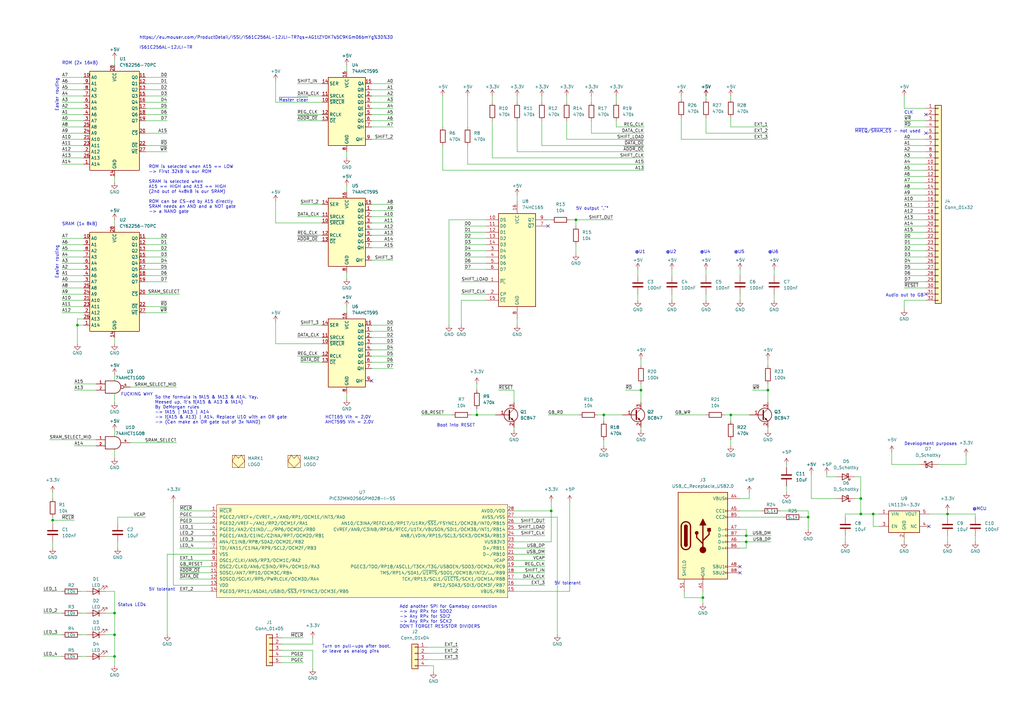
<source format=kicad_sch>
(kicad_sch (version 20211123) (generator eeschema)
  (paper "A3")
  (junction (at 353.06 210.82))
  (junction (at 306.07 222.25))
  (junction (at 21.59 213.36))
  (junction (at 388.62 210.82))
  (junction (at 299.72 170.18))
  (junction (at 46.99 269.24))
  (junction (at 236.22 90.17))
  (junction (at 306.07 219.71))
  (junction (at 247.65 170.18))
  (junction (at 226.06 209.55))
  (junction (at 46.99 251.46))
  (junction (at 195.58 170.18))
  (junction (at 262.89 160.02))
  (junction (at 31.75 133.35))
  (junction (at 288.29 245.11))
  (junction (at 314.96 160.02))
  (junction (at 46.99 260.35))
  (junction (at 331.47 212.09))
  (junction (at 353.06 204.47))
  (junction (at 358.14 210.82))
  (no_connect (at 379.73 54.61))
  (no_connect (at 224.79 92.71))
  (no_connect (at 379.73 46.99))
  (no_connect (at 379.73 120.65))
  (no_connect (at 381 215.9))
  (no_connect (at 152.4 156.21))
  (no_connect (at 303.53 232.41))
  (no_connect (at 303.53 234.95))
  (wire (pts (xy 161.29 49.53) (xy 152.4 49.53)))
  (wire (pts (xy 212.09 130.81) (xy 212.09 133.35)))
  (wire (pts (xy 25.4 67.31) (xy 34.29 67.31)))
  (wire (pts (xy 25.4 102.87) (xy 34.29 102.87)))
  (wire (pts (xy 264.16 54.61) (xy 242.57 54.61)))
  (wire (pts (xy 396.24 186.69) (xy 396.24 190.5)))
  (wire (pts (xy 161.29 96.52) (xy 152.4 96.52)))
  (wire (pts (xy 377.19 190.5) (xy 365.76 190.5)))
  (wire (pts (xy 306.07 222.25) (xy 316.23 222.25)))
  (wire (pts (xy 199.39 100.33) (xy 190.5 100.33)))
  (wire (pts (xy 142.24 111.76) (xy 142.24 114.3)))
  (wire (pts (xy 203.2 170.18) (xy 195.58 170.18)))
  (wire (pts (xy 59.69 41.91) (xy 68.58 41.91)))
  (wire (pts (xy 247.65 170.18) (xy 255.27 170.18)))
  (wire (pts (xy 59.69 105.41) (xy 68.58 105.41)))
  (wire (pts (xy 279.4 57.15) (xy 279.4 48.26)))
  (wire (pts (xy 113.03 33.02) (xy 113.03 41.91)))
  (wire (pts (xy 34.29 133.35) (xy 31.75 133.35)))
  (wire (pts (xy 123.19 148.59) (xy 132.08 148.59)))
  (wire (pts (xy 121.92 99.06) (xy 132.08 99.06)))
  (wire (pts (xy 303.53 110.49) (xy 303.53 113.03)))
  (wire (pts (xy 34.29 130.81) (xy 31.75 130.81)))
  (wire (pts (xy 306.07 219.71) (xy 316.23 219.71)))
  (wire (pts (xy 222.25 49.53) (xy 222.25 59.69)))
  (wire (pts (xy 247.65 180.34) (xy 247.65 182.88)))
  (wire (pts (xy 317.5 110.49) (xy 317.5 113.03)))
  (wire (pts (xy 59.69 110.49) (xy 68.58 110.49)))
  (wire (pts (xy 228.6 212.09) (xy 228.6 260.35)))
  (wire (pts (xy 275.59 110.49) (xy 275.59 113.03)))
  (wire (pts (xy 322.58 190.5) (xy 322.58 191.77)))
  (wire (pts (xy 161.29 93.98) (xy 152.4 93.98)))
  (wire (pts (xy 242.57 54.61) (xy 242.57 49.53)))
  (wire (pts (xy 370.84 67.31) (xy 379.73 67.31)))
  (wire (pts (xy 73.66 237.49) (xy 86.36 237.49)))
  (wire (pts (xy 73.66 212.09) (xy 86.36 212.09)))
  (wire (pts (xy 252.73 52.07) (xy 252.73 49.53)))
  (wire (pts (xy 275.59 120.65) (xy 275.59 123.19)))
  (wire (pts (xy 210.82 175.26) (xy 210.82 176.53)))
  (wire (pts (xy 53.34 181.61) (xy 72.39 181.61)))
  (wire (pts (xy 233.68 242.57) (xy 233.68 205.74)))
  (wire (pts (xy 115.57 269.24) (xy 124.46 269.24)))
  (wire (pts (xy 350.52 195.58) (xy 353.06 195.58)))
  (wire (pts (xy 276.86 170.18) (xy 289.56 170.18)))
  (wire (pts (xy 195.58 170.18) (xy 195.58 167.64)))
  (wire (pts (xy 322.58 199.39) (xy 322.58 201.93)))
  (wire (pts (xy 46.99 90.17) (xy 46.99 92.71)))
  (wire (pts (xy 189.23 123.19) (xy 199.39 123.19)))
  (wire (pts (xy 224.79 170.18) (xy 237.49 170.18)))
  (wire (pts (xy 303.53 217.17) (xy 306.07 217.17)))
  (wire (pts (xy 33.02 260.35) (xy 35.56 260.35)))
  (wire (pts (xy 59.69 102.87) (xy 68.58 102.87)))
  (wire (pts (xy 370.84 220.98) (xy 370.84 222.25)))
  (wire (pts (xy 379.73 123.19) (xy 370.84 123.19)))
  (wire (pts (xy 46.99 153.67) (xy 46.99 156.21)))
  (wire (pts (xy 181.61 39.37) (xy 181.61 52.07)))
  (wire (pts (xy 25.4 62.23) (xy 34.29 62.23)))
  (wire (pts (xy 370.84 62.23) (xy 379.73 62.23)))
  (wire (pts (xy 332.74 204.47) (xy 342.9 204.47)))
  (wire (pts (xy 370.84 95.25) (xy 379.73 95.25)))
  (wire (pts (xy 256.54 160.02) (xy 262.89 160.02)))
  (wire (pts (xy 370.84 72.39) (xy 379.73 72.39)))
  (wire (pts (xy 121.92 46.99) (xy 132.08 46.99)))
  (wire (pts (xy 59.69 128.27) (xy 68.58 128.27)))
  (wire (pts (xy 379.73 102.87) (xy 370.84 102.87)))
  (wire (pts (xy 400.05 210.82) (xy 400.05 212.09)))
  (wire (pts (xy 314.96 147.32) (xy 314.96 149.86)))
  (wire (pts (xy 33.02 242.57) (xy 35.56 242.57)))
  (wire (pts (xy 379.73 113.03) (xy 370.84 113.03)))
  (wire (pts (xy 370.84 49.53) (xy 379.73 49.53)))
  (wire (pts (xy 353.06 204.47) (xy 353.06 210.82)))
  (wire (pts (xy 132.08 133.35) (xy 123.19 133.35)))
  (wire (pts (xy 73.66 222.25) (xy 86.36 222.25)))
  (wire (pts (xy 199.39 90.17) (xy 184.15 90.17)))
  (wire (pts (xy 210.82 240.03) (xy 223.52 240.03)))
  (wire (pts (xy 187.96 270.51) (xy 175.26 270.51)))
  (wire (pts (xy 264.16 59.69) (xy 222.25 59.69)))
  (wire (pts (xy 17.78 251.46) (xy 25.4 251.46)))
  (wire (pts (xy 388.62 210.82) (xy 388.62 212.09)))
  (wire (pts (xy 226.06 205.74) (xy 226.06 209.55)))
  (wire (pts (xy 242.57 41.91) (xy 242.57 39.37)))
  (wire (pts (xy 132.08 83.82) (xy 123.19 83.82)))
  (wire (pts (xy 358.14 210.82) (xy 358.14 215.9)))
  (wire (pts (xy 152.4 57.15) (xy 161.29 57.15)))
  (wire (pts (xy 289.56 54.61) (xy 314.96 54.61)))
  (wire (pts (xy 59.69 44.45) (xy 68.58 44.45)))
  (wire (pts (xy 161.29 41.91) (xy 152.4 41.91)))
  (wire (pts (xy 303.53 212.09) (xy 321.31 212.09)))
  (wire (pts (xy 299.72 180.34) (xy 299.72 182.88)))
  (wire (pts (xy 53.34 158.75) (xy 72.39 158.75)))
  (wire (pts (xy 370.84 52.07) (xy 379.73 52.07)))
  (wire (pts (xy 59.69 115.57) (xy 68.58 115.57)))
  (wire (pts (xy 25.4 100.33) (xy 34.29 100.33)))
  (wire (pts (xy 46.99 242.57) (xy 46.99 251.46)))
  (wire (pts (xy 262.89 147.32) (xy 262.89 149.86)))
  (wire (pts (xy 25.4 113.03) (xy 34.29 113.03)))
  (wire (pts (xy 199.39 95.25) (xy 190.5 95.25)))
  (wire (pts (xy 199.39 110.49) (xy 190.5 110.49)))
  (wire (pts (xy 59.69 31.75) (xy 68.58 31.75)))
  (wire (pts (xy 152.4 135.89) (xy 161.29 135.89)))
  (wire (pts (xy 25.4 105.41) (xy 34.29 105.41)))
  (wire (pts (xy 25.4 123.19) (xy 34.29 123.19)))
  (wire (pts (xy 59.69 107.95) (xy 68.58 107.95)))
  (wire (pts (xy 379.73 97.79) (xy 370.84 97.79)))
  (wire (pts (xy 172.72 170.18) (xy 185.42 170.18)))
  (wire (pts (xy 353.06 210.82) (xy 358.14 210.82)))
  (wire (pts (xy 299.72 39.37) (xy 299.72 40.64)))
  (wire (pts (xy 223.52 214.63) (xy 210.82 214.63)))
  (wire (pts (xy 115.57 264.16) (xy 128.27 264.16)))
  (wire (pts (xy 161.29 46.99) (xy 152.4 46.99)))
  (wire (pts (xy 210.82 212.09) (xy 228.6 212.09)))
  (wire (pts (xy 59.69 46.99) (xy 68.58 46.99)))
  (wire (pts (xy 73.66 232.41) (xy 86.36 232.41)))
  (wire (pts (xy 25.4 110.49) (xy 34.29 110.49)))
  (wire (pts (xy 25.4 49.53) (xy 34.29 49.53)))
  (wire (pts (xy 210.82 219.71) (xy 223.52 219.71)))
  (wire (pts (xy 232.41 57.15) (xy 232.41 49.53)))
  (wire (pts (xy 59.69 97.79) (xy 68.58 97.79)))
  (wire (pts (xy 59.69 36.83) (xy 68.58 36.83)))
  (wire (pts (xy 73.66 214.63) (xy 86.36 214.63)))
  (wire (pts (xy 236.22 100.33) (xy 236.22 104.14)))
  (wire (pts (xy 224.79 90.17) (xy 226.06 90.17)))
  (wire (pts (xy 132.08 34.29) (xy 121.92 34.29)))
  (wire (pts (xy 261.62 110.49) (xy 261.62 113.03)))
  (wire (pts (xy 370.84 87.63) (xy 379.73 87.63)))
  (wire (pts (xy 370.84 69.85) (xy 379.73 69.85)))
  (wire (pts (xy 113.03 82.55) (xy 113.03 91.44)))
  (wire (pts (xy 152.4 151.13) (xy 161.29 151.13)))
  (wire (pts (xy 59.69 54.61) (xy 68.58 54.61)))
  (wire (pts (xy 161.29 88.9) (xy 152.4 88.9)))
  (wire (pts (xy 299.72 170.18) (xy 307.34 170.18)))
  (wire (pts (xy 396.24 190.5) (xy 384.81 190.5)))
  (wire (pts (xy 152.4 143.51) (xy 161.29 143.51)))
  (wire (pts (xy 210.82 217.17) (xy 223.52 217.17)))
  (wire (pts (xy 370.84 64.77) (xy 379.73 64.77)))
  (wire (pts (xy 370.84 90.17) (xy 379.73 90.17)))
  (wire (pts (xy 212.09 49.53) (xy 212.09 62.23)))
  (wire (pts (xy 252.73 41.91) (xy 252.73 39.37)))
  (wire (pts (xy 297.18 170.18) (xy 299.72 170.18)))
  (wire (pts (xy 189.23 115.57) (xy 199.39 115.57)))
  (wire (pts (xy 115.57 271.78) (xy 124.46 271.78)))
  (wire (pts (xy 43.18 242.57) (xy 46.99 242.57)))
  (wire (pts (xy 210.82 229.87) (xy 223.52 229.87)))
  (wire (pts (xy 73.66 224.79) (xy 86.36 224.79)))
  (wire (pts (xy 388.62 209.55) (xy 388.62 210.82)))
  (wire (pts (xy 59.69 120.65) (xy 73.66 120.65)))
  (wire (pts (xy 73.66 209.55) (xy 86.36 209.55)))
  (wire (pts (xy 132.08 140.97) (xy 113.03 140.97)))
  (wire (pts (xy 358.14 215.9) (xy 360.68 215.9)))
  (wire (pts (xy 71.12 240.03) (xy 71.12 205.74)))
  (wire (pts (xy 25.4 107.95) (xy 34.29 107.95)))
  (wire (pts (xy 236.22 90.17) (xy 236.22 92.71)))
  (wire (pts (xy 142.24 76.2) (xy 142.24 78.74)))
  (wire (pts (xy 320.04 209.55) (xy 331.47 209.55)))
  (wire (pts (xy 210.82 232.41) (xy 223.52 232.41)))
  (wire (pts (xy 289.56 48.26) (xy 289.56 54.61)))
  (wire (pts (xy 71.12 240.03) (xy 86.36 240.03)))
  (wire (pts (xy 73.66 229.87) (xy 86.36 229.87)))
  (wire (pts (xy 247.65 170.18) (xy 247.65 172.72)))
  (wire (pts (xy 152.4 106.68) (xy 161.29 106.68)))
  (wire (pts (xy 48.26 212.09) (xy 59.69 212.09)))
  (wire (pts (xy 184.15 90.17) (xy 184.15 133.35)))
  (wire (pts (xy 381 210.82) (xy 388.62 210.82)))
  (wire (pts (xy 25.4 125.73) (xy 34.29 125.73)))
  (wire (pts (xy 262.89 157.48) (xy 262.89 160.02)))
  (wire (pts (xy 222.25 39.37) (xy 222.25 41.91)))
  (wire (pts (xy 152.4 101.6) (xy 161.29 101.6)))
  (wire (pts (xy 25.4 64.77) (xy 34.29 64.77)))
  (wire (pts (xy 115.57 261.62) (xy 124.46 261.62)))
  (wire (pts (xy 199.39 92.71) (xy 190.5 92.71)))
  (wire (pts (xy 161.29 86.36) (xy 152.4 86.36)))
  (wire (pts (xy 175.26 273.05) (xy 177.8 273.05)))
  (wire (pts (xy 189.23 123.19) (xy 189.23 133.35)))
  (wire (pts (xy 43.18 260.35) (xy 46.99 260.35)))
  (wire (pts (xy 132.08 91.44) (xy 113.03 91.44)))
  (wire (pts (xy 314.96 157.48) (xy 314.96 160.02)))
  (wire (pts (xy 314.96 175.26) (xy 314.96 176.53)))
  (wire (pts (xy 308.61 160.02) (xy 314.96 160.02)))
  (wire (pts (xy 289.56 110.49) (xy 289.56 113.03)))
  (wire (pts (xy 113.03 132.08) (xy 113.03 140.97)))
  (wire (pts (xy 43.18 269.24) (xy 46.99 269.24)))
  (wire (pts (xy 161.29 52.07) (xy 152.4 52.07)))
  (wire (pts (xy 59.69 39.37) (xy 68.58 39.37)))
  (wire (pts (xy 379.73 110.49) (xy 370.84 110.49)))
  (wire (pts (xy 262.89 175.26) (xy 262.89 176.53)))
  (wire (pts (xy 121.92 138.43) (xy 132.08 138.43)))
  (wire (pts (xy 204.47 160.02) (xy 210.82 160.02)))
  (wire (pts (xy 152.4 146.05) (xy 161.29 146.05)))
  (wire (pts (xy 303.53 204.47) (xy 307.34 204.47)))
  (wire (pts (xy 303.53 219.71) (xy 306.07 219.71)))
  (wire (pts (xy 379.73 100.33) (xy 370.84 100.33)))
  (wire (pts (xy 353.06 195.58) (xy 353.06 204.47)))
  (wire (pts (xy 299.72 52.07) (xy 314.96 52.07)))
  (wire (pts (xy 121.92 88.9) (xy 132.08 88.9)))
  (wire (pts (xy 21.59 212.09) (xy 21.59 213.36)))
  (wire (pts (xy 17.78 242.57) (xy 25.4 242.57)))
  (wire (pts (xy 346.71 210.82) (xy 353.06 210.82)))
  (wire (pts (xy 68.58 227.33) (xy 86.36 227.33)))
  (wire (pts (xy 370.84 77.47) (xy 379.73 77.47)))
  (wire (pts (xy 339.09 194.31) (xy 339.09 195.58)))
  (wire (pts (xy 191.77 67.31) (xy 191.77 59.69)))
  (wire (pts (xy 210.82 227.33) (xy 223.52 227.33)))
  (wire (pts (xy 280.67 242.57) (xy 280.67 245.11)))
  (wire (pts (xy 328.93 212.09) (xy 331.47 212.09)))
  (wire (pts (xy 161.29 99.06) (xy 152.4 99.06)))
  (wire (pts (xy 199.39 97.79) (xy 190.5 97.79)))
  (wire (pts (xy 59.69 113.03) (xy 68.58 113.03)))
  (wire (pts (xy 25.4 115.57) (xy 34.29 115.57)))
  (wire (pts (xy 306.07 224.79) (xy 306.07 222.25)))
  (wire (pts (xy 161.29 44.45) (xy 152.4 44.45)))
  (wire (pts (xy 288.29 245.11) (xy 288.29 247.65)))
  (wire (pts (xy 161.29 39.37) (xy 152.4 39.37)))
  (wire (pts (xy 128.27 264.16) (xy 128.27 261.62)))
  (wire (pts (xy 46.99 269.24) (xy 46.99 273.05)))
  (wire (pts (xy 25.4 34.29) (xy 34.29 34.29)))
  (wire (pts (xy 73.66 217.17) (xy 86.36 217.17)))
  (wire (pts (xy 25.4 59.69) (xy 34.29 59.69)))
  (wire (pts (xy 388.62 219.71) (xy 388.62 222.25)))
  (wire (pts (xy 142.24 161.29) (xy 142.24 163.83)))
  (wire (pts (xy 132.08 41.91) (xy 113.03 41.91)))
  (wire (pts (xy 25.4 41.91) (xy 34.29 41.91)))
  (wire (pts (xy 201.93 39.37) (xy 201.93 41.91)))
  (wire (pts (xy 152.4 140.97) (xy 161.29 140.97)))
  (wire (pts (xy 59.69 49.53) (xy 68.58 49.53)))
  (wire (pts (xy 303.53 224.79) (xy 306.07 224.79)))
  (wire (pts (xy 210.82 242.57) (xy 233.68 242.57)))
  (wire (pts (xy 195.58 160.02) (xy 195.58 157.48)))
  (wire (pts (xy 161.29 36.83) (xy 152.4 36.83)))
  (wire (pts (xy 370.84 82.55) (xy 379.73 82.55)))
  (wire (pts (xy 121.92 49.53) (xy 132.08 49.53)))
  (wire (pts (xy 161.29 91.44) (xy 152.4 91.44)))
  (wire (pts (xy 289.56 39.37) (xy 289.56 40.64)))
  (wire (pts (xy 226.06 209.55) (xy 226.06 222.25)))
  (wire (pts (xy 201.93 64.77) (xy 264.16 64.77)))
  (wire (pts (xy 210.82 222.25) (xy 226.06 222.25)))
  (wire (pts (xy 187.96 267.97) (xy 175.26 267.97)))
  (wire (pts (xy 121.92 96.52) (xy 132.08 96.52)))
  (wire (pts (xy 33.02 251.46) (xy 35.56 251.46)))
  (wire (pts (xy 121.92 39.37) (xy 132.08 39.37)))
  (wire (pts (xy 288.29 242.57) (xy 288.29 245.11)))
  (wire (pts (xy 279.4 39.37) (xy 279.4 40.64)))
  (wire (pts (xy 161.29 83.82) (xy 152.4 83.82)))
  (wire (pts (xy 25.4 46.99) (xy 34.29 46.99)))
  (wire (pts (xy 289.56 120.65) (xy 289.56 123.19)))
  (wire (pts (xy 21.59 213.36) (xy 21.59 214.63)))
  (wire (pts (xy 379.73 105.41) (xy 370.84 105.41)))
  (wire (pts (xy 121.92 146.05) (xy 132.08 146.05)))
  (wire (pts (xy 33.02 269.24) (xy 35.56 269.24)))
  (wire (pts (xy 191.77 39.37) (xy 191.77 52.07)))
  (wire (pts (xy 212.09 80.01) (xy 212.09 82.55)))
  (wire (pts (xy 48.26 222.25) (xy 48.26 224.79)))
  (wire (pts (xy 370.84 92.71) (xy 379.73 92.71)))
  (wire (pts (xy 142.24 62.23) (xy 142.24 64.77)))
  (wire (pts (xy 370.84 80.01) (xy 379.73 80.01)))
  (wire (pts (xy 245.11 170.18) (xy 247.65 170.18)))
  (wire (pts (xy 388.62 210.82) (xy 400.05 210.82)))
  (wire (pts (xy 370.84 44.45) (xy 370.84 39.37)))
  (wire (pts (xy 189.23 120.65) (xy 199.39 120.65)))
  (wire (pts (xy 17.78 260.35) (xy 25.4 260.35)))
  (wire (pts (xy 307.34 204.47) (xy 307.34 201.93)))
  (wire (pts (xy 370.84 85.09) (xy 379.73 85.09)))
  (wire (pts (xy 317.5 120.65) (xy 317.5 123.19)))
  (wire (pts (xy 299.72 52.07) (xy 299.72 48.26)))
  (wire (pts (xy 152.4 148.59) (xy 161.29 148.59)))
  (wire (pts (xy 46.99 161.29) (xy 46.99 165.1)))
  (wire (pts (xy 25.4 36.83) (xy 34.29 36.83)))
  (wire (pts (xy 280.67 245.11) (xy 288.29 245.11)))
  (wire (pts (xy 210.82 234.95) (xy 223.52 234.95)))
  (wire (pts (xy 264.16 67.31) (xy 191.77 67.31)))
  (wire (pts (xy 142.24 125.73) (xy 142.24 128.27)))
  (wire (pts (xy 210.82 237.49) (xy 223.52 237.49)))
  (wire (pts (xy 59.69 34.29) (xy 68.58 34.29)))
  (wire (pts (xy 303.53 120.65) (xy 303.53 123.19)))
  (wire (pts (xy 379.73 44.45) (xy 370.84 44.45)))
  (wire (pts (xy 210.82 224.79) (xy 223.52 224.79)))
  (wire (pts (xy 212.09 39.37) (xy 212.09 41.91)))
  (wire (pts (xy 252.73 52.07) (xy 264.16 52.07)))
  (wire (pts (xy 264.16 57.15) (xy 232.41 57.15)))
  (wire (pts (xy 370.84 123.19) (xy 370.84 127)))
  (wire (pts (xy 199.39 102.87) (xy 190.5 102.87)))
  (wire (pts (xy 39.37 157.48) (xy 30.48 157.48)))
  (wire (pts (xy 142.24 26.67) (xy 142.24 29.21)))
  (wire (pts (xy 30.48 182.88) (xy 39.37 182.88)))
  (wire (pts (xy 46.99 138.43) (xy 46.99 140.97)))
  (wire (pts (xy 21.59 222.25) (xy 21.59 224.79)))
  (wire (pts (xy 210.82 160.02) (xy 210.82 165.1)))
  (wire (pts (xy 46.99 251.46) (xy 46.99 260.35)))
  (wire (pts (xy 332.74 194.31) (xy 332.74 204.47)))
  (wire (pts (xy 73.66 234.95) (xy 86.36 234.95)))
  (wire (pts (xy 193.04 170.18) (xy 195.58 170.18)))
  (wire (pts (xy 262.89 160.02) (xy 262.89 165.1)))
  (wire (pts (xy 233.68 90.17) (xy 236.22 90.17)))
  (wire (pts (xy 152.4 133.35) (xy 161.29 133.35)))
  (wire (pts (xy 43.18 251.46) (xy 46.99 251.46)))
  (wire (pts (xy 128.27 266.7) (xy 128.27 274.32)))
  (wire (pts (xy 25.4 120.65) (xy 34.29 120.65)))
  (wire (pts (xy 365.76 185.42) (xy 365.76 190.5)))
  (wire (pts (xy 25.4 97.79) (xy 34.29 97.79)))
  (wire (pts (xy 331.47 209.55) (xy 331.47 212.09)))
  (wire (pts (xy 370.84 74.93) (xy 379.73 74.93)))
  (wire (pts (xy 25.4 52.07) (xy 34.29 52.07)))
  (wire (pts (xy 59.69 100.33) (xy 68.58 100.33)))
  (wire (pts (xy 370.84 57.15) (xy 379.73 57.15)))
  (wire (pts (xy 177.8 273.05) (xy 177.8 275.59)))
  (wire (pts (xy 232.41 41.91) (xy 232.41 39.37)))
  (wire (pts (xy 25.4 39.37) (xy 34.29 39.37)))
  (wire (pts (xy 350.52 204.47) (xy 353.06 204.47)))
  (wire (pts (xy 339.09 195.58) (xy 342.9 195.58)))
  (wire (pts (xy 187.96 265.43) (xy 175.26 265.43)))
  (wire (pts (xy 303.53 209.55) (xy 312.42 209.55)))
  (wire (pts (xy 59.69 62.23) (xy 68.58 62.23)))
  (wire (pts (xy 46.99 72.39) (xy 46.99 74.93)))
  (wire (pts (xy 346.71 210.82) (xy 346.71 212.09)))
  (wire (pts (xy 199.39 105.41) (xy 190.5 105.41)))
  (wire (pts (xy 115.57 266.7) (xy 128.27 266.7)))
  (wire (pts (xy 161.29 34.29) (xy 152.4 34.29)))
  (wire (pts (xy 279.4 57.15) (xy 314.96 57.15)))
  (wire (pts (xy 210.82 209.55) (xy 226.06 209.55)))
  (wire (pts (xy 59.69 59.69) (xy 68.58 59.69)))
  (wire (pts (xy 303.53 222.25) (xy 306.07 222.25)))
  (wire (pts (xy 370.84 59.69) (xy 379.73 59.69)))
  (wire (pts (xy 21.59 213.36) (xy 30.48 213.36)))
  (wire (pts (xy 39.37 180.34) (xy 20.32 180.34)))
  (wire (pts (xy 46.99 184.15) (xy 46.99 187.96)))
  (wire (pts (xy 68.58 227.33) (xy 68.58 260.35)))
  (wire (pts (xy 400.05 219.71) (xy 400.05 222.25)))
  (wire (pts (xy 25.4 31.75) (xy 34.29 31.75)))
  (wire (pts (xy 306.07 217.17) (xy 306.07 219.71)))
  (wire (pts (xy 264.16 69.85) (xy 181.61 69.85)))
  (wire (pts (xy 181.61 69.85) (xy 181.61 59.69)))
  (wire (pts (xy 261.62 120.65) (xy 261.62 123.19)))
  (wire (pts (xy 201.93 49.53) (xy 201.93 64.77)))
  (wire (pts (xy 17.78 269.24) (xy 25.4 269.24)))
  (wire (pts (xy 30.48 160.02) (xy 39.37 160.02)))
  (wire (pts (xy 59.69 125.73) (xy 68.58 125.73)))
  (wire (pts (xy 358.14 210.82) (xy 360.68 210.82)))
  (wire (pts (xy 25.4 54.61) (xy 34.29 54.61)))
  (wire (pts (xy 370.84 118.11) (xy 379.73 118.11)))
  (wire (pts (xy 314.96 160.02) (xy 314.96 165.1)))
  (wire (pts (xy 25.4 44.45) (xy 34.29 44.45)))
  (wire (pts (xy 21.59 201.93) (xy 21.59 204.47)))
  (wire (pts (xy 152.4 138.43) (xy 161.29 138.43)))
  (wire (pts (xy 346.71 219.71) (xy 346.71 222.25)))
  (wire (pts (xy 73.66 242.57) (xy 86.36 242.57)))
  (wire (pts (xy 379.73 107.95) (xy 370.84 107.95)))
  (wire (pts (xy 48.26 212.09) (xy 48.26 214.63)))
  (wire (pts (xy 264.16 62.23) (xy 212.09 62.23)))
  (wire (pts (xy 25.4 57.15) (xy 34.29 57.15)))
  (wire (pts (xy 31.75 130.81) (xy 31.75 133.35)))
  (wire (pts (xy 46.99 260.35) (xy 46.99 269.24)))
  (wire (pts (xy 25.4 118.11) (xy 34.29 118.11)))
  (wire (pts (xy 331.47 212.09) (xy 331.47 217.17)))
  (wire (pts (xy 46.99 24.13) (xy 46.99 26.67)))
  (wire (pts (xy 46.99 176.53) (xy 46.99 179.07)))
  (wire (pts (xy 199.39 107.95) (xy 190.5 107.95)))
  (wire (pts (xy 236.22 90.17) (xy 251.46 90.17)))
  (wire (pts (xy 31.75 133.35) (xy 31.75 140.97)))
  (wire (pts (xy 25.4 128.27) (xy 34.29 128.27)))
  (wire (pts (xy 379.73 115.57) (xy 370.84 115.57)))
  (wire (pts (xy 73.66 219.71) (xy 86.36 219.71)))
  (wire (pts (xy 299.72 170.18) (xy 299.72 172.72)))
  (text "ROM is selected when A15 == LOW\n-> First 32kB is our ROM\n\nSRAM is selected when\nA15 == HIGH and A13 == HIGH\n(2nd out of 4x8kB is our SRAM)\n\nROM can be CS-ed by A15 directly\nSRAM needs an AND and a NOT gate\n-> a NAND gate" (at 60.96 87.63 0) (effects (font (size 1.27 1.27)) (justify left bottom)))
  (text "HCT165 Vih = 2.0V\nAHCT595 Vih = 2.0V" (at 133.35 173.99 0) (effects (font (size 1.27 1.27)) (justify left bottom)))
  (text "Easier routing" (at 24.13 45.72 90) (effects (font (size 1.27 1.27)) (justify left bottom)))
  (text "5V output ^.^°" (at 236.22 86.36 0) (effects (font (size 1.27 1.27)) (justify left bottom)))
  (text "Turn on pull-ups after boot,\nor leave as analog pins" (at 132.08 267.97 0) (effects (font (size 1.27 1.27)) (justify left bottom)))
  (text "~{Master clear}" (at 114.3 41.91 0) (effects (font (size 1.27 1.27)) (justify left bottom)))
  (text "@U5" (at 300.99 104.14 0) (effects (font (size 1.27 1.27)) (justify left bottom)))
  (text "~{MREQ}/~{SRAM_CS} - not used" (at 350.52 54.61 0) (effects (font (size 1.27 1.27)) (justify left bottom)))
  (text "@U4" (at 287.02 104.14 0) (effects (font (size 1.27 1.27)) (justify left bottom)))
  (text "FUCKING WHY" (at 49.53 162.56 0) (effects (font (size 1.27 1.27)) (justify left bottom)))
  (text "@U2" (at 273.05 104.14 0) (effects (font (size 1.27 1.27)) (justify left bottom)))
  (text "Boot into RESET" (at 179.07 175.26 0) (effects (font (size 1.27 1.27)) (justify left bottom)))
  (text "So the formula is !A15 & !A13 & A14. Yay.\nMeesed up, it's !(A15 & A13 & !A14)\nBy DeMorgan rules\n-> !A15 | !A13 | A14\n-> !(A15 & A13) | A14. Replace U10 with an OR gate\n-> (Can make an OR gate out of 3x NAND)" (at 63.5 173.99 0) (effects (font (size 1.27 1.27)) (justify left bottom)))
  (text "Add another SPI for Gameboy connection\n-> Any RPx for SDO2\n-> Any RPx for SDI2\n-> Any RPx for SCK2\nDON'T FORGET RESISTOR DIVIDERS" (at 163.83 257.81 0) (effects (font (size 1.27 1.27)) (justify left bottom)))
  (text "Audio out to GB" (at 363.22 121.92 0) (effects (font (size 1.27 1.27)) (justify left bottom)))
  (text "5V tolerant" (at 60.96 242.57 0) (effects (font (size 1.27 1.27)) (justify left bottom)))
  (text "Development purposes" (at 370.84 182.88 0) (effects (font (size 1.27 1.27)) (justify left bottom)))
  (text "@U1" (at 260.35 104.14 0) (effects (font (size 1.27 1.27)) (justify left bottom)))
  (text "Status LEDs" (at 48.26 248.92 0) (effects (font (size 1.27 1.27)) (justify left bottom)))
  (text "ROM (2x 16kB)" (at 25.4 26.67 0) (effects (font (size 1.27 1.27)) (justify left bottom)))
  (text "SRAM (1x 8kB)" (at 25.4 92.71 0) (effects (font (size 1.27 1.27)) (justify left bottom)))
  (text "Easier routing" (at 24.13 114.3 90) (effects (font (size 1.27 1.27)) (justify left bottom)))
  (text "@U6" (at 314.96 104.14 0) (effects (font (size 1.27 1.27)) (justify left bottom)))
  (text "5V tolerant" (at 227.33 240.03 0) (effects (font (size 1.27 1.27)) (justify left bottom)))
  (text "https://eu.mouser.com/ProductDetail/ISSI/IS61C256AL-12JLI-TR?qs=AG1tZYOK7s5C9KGm06bmYg%3D%3D\n\nIS61C256AL-12JLI-TR\n" (at 57.15 20.32 0) (effects (font (size 1.27 1.27)) (justify left bottom)))
  (text "@MCU" (at 398.78 209.55 0) (effects (font (size 1.27 1.27)) (justify left bottom)))
  (text "CLK" (at 370.84 46.99 0) (effects (font (size 1.27 1.27)) (justify left bottom)))
  (label "A9" (at 370.84 80.01 0))
  (label "A13" (at 370.84 90.17 0))
  (label "D4" (at 161.29 143.51 180))
  (label "A10" (at 25.4 123.19 0))
  (label "~{ADDR_OE}" (at 121.92 49.53 0))
  (label "~{RESET}" (at 370.84 118.11 0))
  (label "A0" (at 25.4 115.57 0))
  (label "A2" (at 161.29 39.37 180))
  (label "EXT_2" (at 73.66 242.57 0))
  (label "REG_CLK" (at 223.52 232.41 180))
  (label "A8" (at 25.4 52.07 0))
  (label "A8" (at 25.4 118.11 0))
  (label "EXT_3" (at 314.96 57.15 180))
  (label "GB_WR" (at 276.86 170.18 0))
  (label "~{RESET}" (at 204.47 160.02 0))
  (label "~{ADDR_OE}" (at 121.92 99.06 0))
  (label "D4" (at 68.58 107.95 180))
  (label "EXT_1" (at 73.66 229.87 0))
  (label "D5" (at 190.5 105.41 0))
  (label "A10" (at 25.4 57.15 0))
  (label "A12" (at 161.29 93.98 180))
  (label "SHIFT_OUT" (at 223.52 214.63 180))
  (label "DATA_CLK" (at 121.92 39.37 0))
  (label "A15" (at 161.29 101.6 180))
  (label "A11" (at 25.4 59.69 0))
  (label "D7" (at 370.84 115.57 0))
  (label "D1" (at 68.58 100.33 180))
  (label "A12" (at 370.84 87.63 0))
  (label "~{MCLR}" (at 30.48 213.36 180))
  (label "DATA_CLK" (at 121.92 88.9 0))
  (label "GB_RESET" (at 172.72 170.18 0))
  (label "SHIFT_3" (at 161.29 106.68 180))
  (label "A15" (at 370.84 95.25 0))
  (label "~{ADDR_OE}" (at 264.16 62.23 180))
  (label "SHIFT_CLK" (at 189.23 120.65 0))
  (label "A6" (at 161.29 49.53 180))
  (label "SHIFT_LOAD" (at 264.16 57.15 180))
  (label "PGEC" (at 124.46 271.78 180))
  (label "D2" (at 68.58 36.83 180))
  (label "D5" (at 68.58 110.49 180))
  (label "LED_4" (at 17.78 269.24 0))
  (label "PGED" (at 73.66 214.63 0))
  (label "A10" (at 161.29 88.9 180))
  (label "A1" (at 25.4 46.99 0))
  (label "A6" (at 25.4 100.33 0))
  (label "A15" (at 30.48 157.48 0))
  (label "SHIFT_CLK" (at 264.16 64.77 180))
  (label "D2" (at 190.5 97.79 0))
  (label "A11" (at 161.29 91.44 180))
  (label "A11" (at 25.4 125.73 0))
  (label "D5" (at 161.29 146.05 180))
  (label "LED_3" (at 73.66 222.25 0))
  (label "A3" (at 370.84 64.77 0))
  (label "A2" (at 25.4 44.45 0))
  (label "D3" (at 190.5 100.33 0))
  (label "LED_1" (at 17.78 242.57 0))
  (label "D2" (at 161.29 138.43 180))
  (label "A2" (at 25.4 110.49 0))
  (label "SRAM_SELECT_MID" (at 72.39 158.75 180))
  (label "D0" (at 161.29 133.35 180))
  (label "A6" (at 25.4 34.29 0))
  (label "SHIFT_CLK" (at 223.52 219.71 180))
  (label "D7" (at 68.58 49.53 180))
  (label "~{RD}" (at 68.58 59.69 180))
  (label "~{RD}" (at 68.58 125.73 180))
  (label "A0" (at 161.29 34.29 180))
  (label "LED_3" (at 17.78 260.35 0))
  (label "A14" (at 161.29 99.06 180))
  (label "DATA_CLK" (at 223.52 237.49 180))
  (label "A13" (at 161.29 96.52 180))
  (label "A4" (at 25.4 39.37 0))
  (label "D4" (at 190.5 102.87 0))
  (label "PGEC" (at 73.66 212.09 0))
  (label "GB_RD" (at 224.79 170.18 0))
  (label "A13" (at 264.16 69.85 180))
  (label "A9" (at 25.4 120.65 0))
  (label "D7" (at 68.58 115.57 180))
  (label "~{MCLR}" (at 124.46 261.62 180))
  (label "DATA_CLK" (at 121.92 138.43 0))
  (label "~{ADDR_OE}" (at 73.66 234.95 0))
  (label "A7" (at 25.4 31.75 0))
  (label "SHIFT_LOAD" (at 189.23 115.57 0))
  (label "REG_CLK" (at 121.92 46.99 0))
  (label "D1" (at 190.5 95.25 0))
  (label "D0" (at 68.58 31.75 180))
  (label "REG_CLK" (at 121.92 96.52 0))
  (label "A3" (at 161.29 41.91 180))
  (label "REG_CLK" (at 121.92 146.05 0))
  (label "SHIFT_OUT" (at 251.46 90.17 180))
  (label "A13" (at 25.4 64.77 0))
  (label "D1" (at 68.58 34.29 180))
  (label "A6" (at 370.84 72.39 0))
  (label "D6" (at 370.84 113.03 0))
  (label "D0" (at 190.5 92.71 0))
  (label "D7" (at 190.5 110.49 0))
  (label "A13" (at 30.48 160.02 0))
  (label "A14" (at 30.48 182.88 0))
  (label "VCAP" (at 59.69 212.09 180))
  (label "A5" (at 25.4 36.83 0))
  (label "EXT_1" (at 187.96 265.43 180))
  (label "A9" (at 25.4 54.61 0))
  (label "D7" (at 161.29 151.13 180))
  (label "D3" (at 370.84 105.41 0))
  (label "A7" (at 370.84 74.93 0))
  (label "~{WR}" (at 68.58 62.23 180))
  (label "A1" (at 25.4 113.03 0))
  (label "A4" (at 370.84 67.31 0))
  (label "LED_2" (at 73.66 219.71 0))
  (label "USB_DP" (at 316.23 222.25 180))
  (label "A8" (at 161.29 83.82 180))
  (label "SHIFT_IN" (at 223.52 234.95 180))
  (label "EXT_3" (at 223.52 240.03 180))
  (label "A4" (at 25.4 105.41 0))
  (label "~{RD}" (at 256.54 160.02 0))
  (label "A2" (at 370.84 62.23 0))
  (label "A4" (at 161.29 44.45 180))
  (label "LED_2" (at 17.78 251.46 0))
  (label "A7" (at 25.4 97.79 0))
  (label "A0" (at 25.4 49.53 0))
  (label "A15" (at 68.58 54.61 180))
  (label "~{WR}" (at 370.84 49.53 0))
  (label "A3" (at 25.4 41.91 0))
  (label "D2" (at 68.58 102.87 180))
  (label "D6" (at 68.58 46.99 180))
  (label "PGED" (at 124.46 269.24 180))
  (label "EXT_3" (at 187.96 270.51 180))
  (label "A14" (at 25.4 67.31 0))
  (label "A5" (at 25.4 102.87 0))
  (label "A5" (at 370.84 69.85 0))
  (label "SHIFT_2" (at 123.19 83.82 0))
  (label "D1" (at 370.84 100.33 0))
  (label "~{DATA_OE}" (at 264.16 59.69 180))
  (label "EXT_2" (at 314.96 54.61 180))
  (label "A12" (at 25.4 62.23 0))
  (label "LED_4" (at 73.66 224.79 0))
  (label "~{MCLR}" (at 73.66 209.55 0))
  (label "A11" (at 370.84 85.09 0))
  (label "A5" (at 161.29 46.99 180))
  (label "A3" (at 25.4 107.95 0))
  (label "A1" (at 370.84 59.69 0))
  (label "A9" (at 161.29 86.36 180))
  (label "D5" (at 68.58 44.45 180))
  (label "A0" (at 370.84 57.15 0))
  (label "D3" (at 161.29 140.97 180))
  (label "A1" (at 161.29 36.83 180))
  (label "~{DATA_OE}" (at 123.19 148.59 0))
  (label "~{RD}" (at 370.84 52.07 0))
  (label "D6" (at 161.29 148.59 180))
  (label "SHIFT_3" (at 123.19 133.35 0))
  (label "EXT_2" (at 187.96 267.97 180))
  (label "D5" (at 370.84 110.49 0))
  (label "SRAM_SELECT_MID" (at 20.32 180.34 0))
  (label "D0" (at 68.58 97.79 180))
  (label "D0" (at 370.84 97.79 0))
  (label "USB_DM" (at 316.23 219.71 180))
  (label "REG_CLK" (at 264.16 52.07 180))
  (label "A10" (at 370.84 82.55 0))
  (label "SRAM_SELECT" (at 72.39 181.61 180))
  (label "SHIFT_IN" (at 121.92 34.29 0))
  (label "D6" (at 190.5 107.95 0))
  (label "VCAP" (at 223.52 229.87 180))
  (label "D3" (at 68.58 105.41 180))
  (label "D4" (at 370.84 107.95 0))
  (label "A15" (at 264.16 67.31 180))
  (label "USB_DM" (at 223.52 227.33 180))
  (label "SHIFT_2" (at 161.29 57.15 180))
  (label "DATA_CLK" (at 264.16 54.61 180))
  (label "A7" (at 161.29 52.07 180))
  (label "~{WR}" (at 308.61 160.02 0))
  (label "SRAM_SELECT" (at 73.66 120.65 180))
  (label "A14" (at 370.84 92.71 0))
  (label "EXT_1" (at 314.96 52.07 180))
  (label "~{DATA_OE}" (at 73.66 237.49 0))
  (label "D4" (at 68.58 41.91 180))
  (label "USB_DP" (at 223.52 224.79 180))
  (label "D1" (at 161.29 135.89 180))
  (label "GB_RESET" (at 73.66 232.41 0))
  (label "D6" (at 68.58 113.03 180))
  (label "D2" (at 370.84 102.87 0))
  (label "SHIFT_LOAD" (at 223.52 217.17 180))
  (label "LED_1" (at 73.66 217.17 0))
  (label "D3" (at 68.58 39.37 180))
  (label "~{WR}" (at 68.58 128.27 180))
  (label "A8" (at 370.84 77.47 0))
  (label "A12" (at 25.4 128.27 0))
  (symbol (lib_id "Connector_Generic:Conn_01x05") (at 110.49 266.7 0) (mirror y) (unit 1)
    (property "Reference" "J1" (at 110.49 255.27 0))
    (property "Value" "Conn_01x05" (at 110.49 257.81 0))
    (property "Footprint" "Connector_PinHeader_2.54mm:PinHeader_1x05_P2.54mm_Horizontal" (effects hide))
  )
  (symbol (lib_id "Device:C") (at 400.05 215.9 0) (unit 1)
    (property "Reference" "C10" (at 403.86 214.6299 0) (effects (justify left)))
    (property "Value" "100nF" (at 403.86 217.1699 0) (effects (justify left)))
    (property "Footprint" "Capacitor_SMD:C_0603_1608Metric" (effects hide))
  )
  (symbol (lib_id "power:+3.3V") (at 242.57 39.37 0) (unit 1)
    (property "Reference" "#PWR0133" (effects hide))
    (property "Value" "+3.3V" (at 242.57 35.56 0))
  )
  (symbol (lib_id "power:GND") (at 346.71 222.25 0) (mirror y) (unit 1)
    (property "Reference" "#PWR0149" (effects hide))
    (property "Value" "GND" (at 346.71 226.06 0))
  )
  (symbol (lib_id "Transistor_BJT:BC847") (at 208.28 170.18 0) (unit 1)
    (property "Reference" "Q1" (at 213.36 168.9099 0) (effects (justify left)))
    (property "Value" "BC847" (at 213.36 171.4499 0) (effects (justify left)))
    (property "Footprint" "Package_TO_SOT_SMD:SOT-23" (effects hide))
    (property "Datasheet" "http://www.infineon.com/dgdl/Infineon-BC847SERIES_BC848SERIES_BC849SERIES_BC850SERIES-DS-v01_01-en.pdf?fileId=db3a304314dca389011541d4630a1657" (effects hide))
  )
  (symbol (lib_id "Device:C") (at 261.62 116.84 0) (unit 1)
    (property "Reference" "C3" (at 265.43 115.5699 0) (effects (justify left)))
    (property "Value" "100nF" (at 265.43 118.1099 0) (effects (justify left)))
    (property "Footprint" "Capacitor_SMD:C_0603_1608Metric" (effects hide))
  )
  (symbol (lib_id "power:+3.3V") (at 128.27 261.62 0) (unit 1)
    (property "Reference" "#PWR0127" (effects hide))
    (property "Value" "+3.3V" (at 128.27 256.54 0))
  )
  (symbol (lib_id "power:+3.3V") (at 71.12 205.74 0) (unit 1)
    (property "Reference" "#PWR0119" (effects hide))
    (property "Value" "+3.3V" (at 71.12 200.66 0))
  )
  (symbol (lib_id "power:+5P") (at 307.34 201.93 0) (unit 1)
    (property "Reference" "#PWR0146" (effects hide))
    (property "Value" "+5P" (at 307.34 196.85 0))
  )
  (symbol (lib_id "power:GND") (at 388.62 222.25 0) (mirror y) (unit 1)
    (property "Reference" "#PWR0156" (effects hide))
    (property "Value" "GND" (at 388.62 226.06 0))
  )
  (symbol (lib_id "power:GND") (at 289.56 123.19 0) (unit 1)
    (property "Reference" "#PWR0162" (effects hide))
    (property "Value" "GND" (at 289.56 127 0))
  )
  (symbol (lib_id "power:GND") (at 189.23 133.35 0) (unit 1)
    (property "Reference" "#PWR0131" (effects hide))
    (property "Value" "GND" (at 189.23 137.16 0))
  )
  (symbol (lib_id "power:+5V") (at 317.5 110.49 0) (unit 1)
    (property "Reference" "#PWR0168" (effects hide))
    (property "Value" "+5V" (at 317.5 106.68 0))
  )
  (symbol (lib_id "Neofoxx's Library:PIC32MM0256GPM028-I-SS") (at 148.59 226.06 0) (unit 1)
    (property "Reference" "U7" (at 148.59 201.93 0))
    (property "Value" "PIC32MM0256GPM028-I-SS" (at 148.59 204.47 0))
    (property "Footprint" "Package_SO:SSOP-28_5.3x10.2mm_P0.65mm" (effects hide))
  )
  (symbol (lib_id "power:GND") (at 21.59 224.79 0) (unit 1)
    (property "Reference" "#PWR0116" (effects hide))
    (property "Value" "GND" (at 21.59 228.6 0))
  )
  (symbol (lib_id "Device:LED") (at 39.37 260.35 180) (unit 1)
    (property "Reference" "D3" (at 39.37 255.27 0))
    (property "Value" "LED" (at 39.37 257.81 0))
    (property "Footprint" "LED_SMD:LED_0603_1608Metric" (effects hide))
  )
  (symbol (lib_id "Device:R") (at 236.22 96.52 180) (unit 1)
    (property "Reference" "R15" (at 238.76 95.2499 0) (effects (justify right)))
    (property "Value" "10k" (at 238.76 97.7899 0) (effects (justify right)))
    (property "Footprint" "Resistor_SMD:R_0603_1608Metric" (effects hide))
  )
  (symbol (lib_id "Device:R") (at 181.61 55.88 0) (unit 1)
    (property "Reference" "R6" (at 184.15 54.6099 0) (effects (justify left)))
    (property "Value" "470k" (at 184.15 57.1499 0) (effects (justify left)))
    (property "Footprint" "Resistor_SMD:R_0603_1608Metric" (effects hide))
  )
  (symbol (lib_id "power:GND") (at 261.62 123.19 0) (unit 1)
    (property "Reference" "#PWR0144" (effects hide))
    (property "Value" "GND" (at 261.62 127 0))
  )
  (symbol (lib_id "Device:R") (at 191.77 55.88 0) (unit 1)
    (property "Reference" "R8" (at 194.31 54.6099 0) (effects (justify left)))
    (property "Value" "470k" (at 194.31 57.1499 0) (effects (justify left)))
    (property "Footprint" "Resistor_SMD:R_0603_1608Metric" (effects hide))
  )
  (symbol (lib_id "Device:R") (at 21.59 208.28 0) (unit 1)
    (property "Reference" "R1" (at 24.13 207.0099 0) (effects (justify left)))
    (property "Value" "10k" (at 24.13 209.5499 0) (effects (justify left)))
    (property "Footprint" "Resistor_SMD:R_0603_1608Metric" (effects hide))
  )
  (symbol (lib_id "Device:D_Schottky") (at 381 190.5 0) (unit 1)
    (property "Reference" "D7" (at 380.6825 184.15 0))
    (property "Value" "D_Schottky" (at 380.6825 186.69 0))
    (property "Footprint" "Diode_SMD:D_SOD-323" (effects hide))
  )
  (symbol (lib_id "power:+5V") (at 332.74 194.31 0) (unit 1)
    (property "Reference" "#PWR0151" (effects hide))
    (property "Value" "+5V" (at 332.74 190.5 0))
  )
  (symbol (lib_id "power:+5V") (at 191.77 39.37 0) (unit 1)
    (property "Reference" "#PWR0139" (effects hide))
    (property "Value" "+5V" (at 191.77 35.56 0))
  )
  (symbol (lib_id "power:+3.3V") (at 212.09 39.37 0) (unit 1)
    (property "Reference" "#PWR0137" (effects hide))
    (property "Value" "+3.3V" (at 212.09 35.56 0))
  )
  (symbol (lib_id "Device:R") (at 279.4 44.45 0) (unit 1)
    (property "Reference" "R26" (at 281.94 43.1799 0) (effects (justify left)))
    (property "Value" "470k" (at 281.94 45.7199 0) (effects (justify left)))
    (property "Footprint" "Resistor_SMD:R_0603_1608Metric" (effects hide))
  )
  (symbol (lib_id "power:+5V") (at 262.89 147.32 0) (unit 1)
    (property "Reference" "#PWR0157" (effects hide))
    (property "Value" "+5V" (at 262.89 143.51 0))
  )
  (symbol (lib_id "power:+5V") (at 303.53 110.49 0) (unit 1)
    (property "Reference" "#PWR0170" (effects hide))
    (property "Value" "+5V" (at 303.53 106.68 0))
  )
  (symbol (lib_id "Device:R") (at 212.09 45.72 0) (unit 1)
    (property "Reference" "R11" (at 214.63 44.4499 0) (effects (justify left)))
    (property "Value" "470k" (at 214.63 46.9899 0) (effects (justify left)))
    (property "Footprint" "Resistor_SMD:R_0603_1608Metric" (effects hide))
  )
  (symbol (lib_id "Device:D_Schottky") (at 346.71 195.58 180) (unit 1)
    (property "Reference" "D5" (at 347.0275 189.23 0))
    (property "Value" "D_Schottky" (at 347.0275 191.77 0))
    (property "Footprint" "Diode_SMD:D_SOD-323" (effects hide))
  )
  (symbol (lib_id "Neofoxx's Library:LOGO") (at 120.65 189.23 0) (unit 1)
    (property "Reference" "MARK2" (at 124.46 187.9599 0) (effects (justify left)))
    (property "Value" "LOGO" (at 124.46 190.4999 0) (effects (justify left)))
    (property "Footprint" "Neofoxx's Library:FOX_LOGO_SILK" (effects hide))
  )
  (symbol (lib_id "power:GND") (at 46.99 165.1 0) (unit 1)
    (property "Reference" "#PWR0112" (effects hide))
    (property "Value" "GND" (at 46.99 168.91 0))
  )
  (symbol (lib_id "Device:LED") (at 39.37 269.24 180) (unit 1)
    (property "Reference" "D4" (at 39.37 264.16 0))
    (property "Value" "LED" (at 39.37 266.7 0))
    (property "Footprint" "LED_SMD:LED_0603_1608Metric" (effects hide))
  )
  (symbol (lib_id "Device:D_Schottky") (at 346.71 204.47 180) (unit 1)
    (property "Reference" "D6" (at 347.0275 198.12 0))
    (property "Value" "D_Schottky" (at 347.0275 200.66 0))
    (property "Footprint" "Diode_SMD:D_SOD-323" (effects hide))
  )
  (symbol (lib_id "Device:R") (at 229.87 90.17 90) (unit 1)
    (property "Reference" "R13" (at 229.87 83.82 90))
    (property "Value" "10k" (at 229.87 86.36 90))
    (property "Footprint" "Resistor_SMD:R_0603_1608Metric" (effects hide))
  )
  (symbol (lib_id "Neofoxx's Library:LOGO") (at 97.79 189.23 0) (unit 1)
    (property "Reference" "MARK1" (at 101.6 187.9599 0) (effects (justify left)))
    (property "Value" "LOGO" (at 101.6 190.4999 0) (effects (justify left)))
    (property "Footprint" "Neofoxx's Library:FOX_LOGO_MASK" (effects hide))
  )
  (symbol (lib_id "power:+5P") (at 339.09 194.31 0) (unit 1)
    (property "Reference" "#PWR0150" (effects hide))
    (property "Value" "+5P" (at 339.09 190.5 0))
  )
  (symbol (lib_id "power:+5V") (at 212.09 80.01 0) (unit 1)
    (property "Reference" "#PWR0141" (effects hide))
    (property "Value" "+5V" (at 212.09 76.2 0))
  )
  (symbol (lib_id "power:+5V") (at 279.4 39.37 0) (unit 1)
    (property "Reference" "#PWR0176" (effects hide))
    (property "Value" "+5V" (at 279.4 35.56 0))
  )
  (symbol (lib_id "power:+5V") (at 275.59 110.49 0) (unit 1)
    (property "Reference" "#PWR0163" (effects hide))
    (property "Value" "+5V" (at 275.59 106.68 0))
  )
  (symbol (lib_id "Device:C") (at 346.71 215.9 0) (unit 1)
    (property "Reference" "C8" (at 350.52 214.6299 0) (effects (justify left)))
    (property "Value" "10uF" (at 350.52 217.1699 0) (effects (justify left)))
    (property "Footprint" "Capacitor_SMD:C_0805_2012Metric" (effects hide))
  )
  (symbol (lib_id "Device:LED") (at 39.37 251.46 180) (unit 1)
    (property "Reference" "D2" (at 39.37 246.38 0))
    (property "Value" "LED" (at 39.37 248.92 0))
    (property "Footprint" "LED_SMD:LED_0603_1608Metric" (effects hide))
  )
  (symbol (lib_id "Device:R") (at 247.65 176.53 0) (unit 1)
    (property "Reference" "R18" (at 250.19 175.2599 0) (effects (justify left)))
    (property "Value" "470k" (at 250.19 177.7999 0) (effects (justify left)))
    (property "Footprint" "Resistor_SMD:R_0603_1608Metric" (effects hide))
  )
  (symbol (lib_id "Connector:USB_C_Receptacle_USB2.0") (at 288.29 219.71 0) (unit 1)
    (property "Reference" "J3" (at 288.29 196.85 0))
    (property "Value" "USB_C_Receptacle_USB2.0" (at 288.29 199.39 0))
    (property "Footprint" "Neofoxx's Library:Jing_USB_C_2_0_16pin_receptable_noSlots" (effects hide))
    (property "Datasheet" "https://www.usb.org/sites/default/files/documents/usb_type-c.zip" (effects hide))
  )
  (symbol (lib_id "power:GND") (at 262.89 176.53 0) (unit 1)
    (property "Reference" "#PWR0158" (effects hide))
    (property "Value" "GND" (at 262.89 180.34 0))
  )
  (symbol (lib_id "Device:R") (at 262.89 153.67 0) (unit 1)
    (property "Reference" "R20" (at 265.43 152.3999 0) (effects (justify left)))
    (property "Value" "100k" (at 265.43 154.9399 0) (effects (justify left)))
    (property "Footprint" "Resistor_SMD:R_0603_1608Metric" (effects hide))
  )
  (symbol (lib_id "power:GND") (at 370.84 222.25 0) (mirror y) (unit 1)
    (property "Reference" "#PWR0148" (effects hide))
    (property "Value" "GND" (at 370.84 226.06 0))
  )
  (symbol (lib_id "power:GND") (at 317.5 123.19 0) (unit 1)
    (property "Reference" "#PWR0167" (effects hide))
    (property "Value" "GND" (at 317.5 127 0))
  )
  (symbol (lib_id "power:+5V") (at 113.03 33.02 0) (unit 1)
    (property "Reference" "#PWR0106" (effects hide))
    (property "Value" "+5V" (at 113.03 29.21 0))
  )
  (symbol (lib_id "power:+5V") (at 289.56 39.37 0) (unit 1)
    (property "Reference" "#PWR0179" (effects hide))
    (property "Value" "+5V" (at 289.56 35.56 0))
  )
  (symbol (lib_id "power:+5V") (at 370.84 39.37 0) (unit 1)
    (property "Reference" "#PWR0171" (effects hide))
    (property "Value" "+5V" (at 370.84 35.56 0))
  )
  (symbol (lib_id "power:+5V") (at 46.99 90.17 0) (unit 1)
    (property "Reference" "#PWR0111" (effects hide))
    (property "Value" "+5V" (at 46.99 86.36 0))
  )
  (symbol (lib_id "power:GND") (at 46.99 74.93 0) (unit 1)
    (property "Reference" "#PWR0110" (effects hide))
    (property "Value" "GND" (at 46.99 78.74 0))
  )
  (symbol (lib_id "power:+5V") (at 113.03 82.55 0) (unit 1)
    (property "Reference" "#PWR0103" (effects hide))
    (property "Value" "+5V" (at 113.03 78.74 0))
  )
  (symbol (lib_id "power:GND") (at 46.99 140.97 0) (unit 1)
    (property "Reference" "#PWR0115" (effects hide))
    (property "Value" "GND" (at 46.99 144.78 0))
  )
  (symbol (lib_id "Connector_Generic:Conn_01x04") (at 170.18 267.97 0) (mirror y) (unit 1)
    (property "Reference" "J2" (at 170.18 259.08 0))
    (property "Value" "Conn_01x04" (at 170.18 261.62 0))
    (property "Footprint" "Connector_PinHeader_2.54mm:PinHeader_1x04_P2.54mm_Horizontal" (effects hide))
  )
  (symbol (lib_id "Device:R") (at 293.37 170.18 90) (unit 1)
    (property "Reference" "R21" (at 293.37 163.83 90))
    (property "Value" "10k" (at 293.37 166.37 90))
    (property "Footprint" "Resistor_SMD:R_0603_1608Metric" (effects hide))
  )
  (symbol (lib_id "Device:R") (at 195.58 163.83 0) (unit 1)
    (property "Reference" "R9" (at 198.12 162.5599 0) (effects (justify left)))
    (property "Value" "470k" (at 198.12 165.0999 0) (effects (justify left)))
    (property "Footprint" "Resistor_SMD:R_0603_1608Metric" (effects hide))
  )
  (symbol (lib_id "Device:C") (at 322.58 195.58 0) (unit 1)
    (property "Reference" "C11" (at 326.39 194.3099 0) (effects (justify left)))
    (property "Value" "10uF" (at 326.39 196.8499 0) (effects (justify left)))
    (property "Footprint" "Capacitor_SMD:C_0805_2012Metric" (effects hide))
  )
  (symbol (lib_id "power:+3.3V") (at 396.24 186.69 0) (unit 1)
    (property "Reference" "#PWR0154" (effects hide))
    (property "Value" "+3.3V" (at 396.24 181.61 0))
  )
  (symbol (lib_id "power:+5V") (at 289.56 110.49 0) (unit 1)
    (property "Reference" "#PWR0161" (effects hide))
    (property "Value" "+5V" (at 289.56 106.68 0))
  )
  (symbol (lib_id "Device:R") (at 289.56 44.45 0) (unit 1)
    (property "Reference" "R27" (at 292.1 43.1799 0) (effects (justify left)))
    (property "Value" "470k" (at 292.1 45.7199 0) (effects (justify left)))
    (property "Footprint" "Resistor_SMD:R_0603_1608Metric" (effects hide))
  )
  (symbol (lib_id "power:GND") (at 303.53 123.19 0) (unit 1)
    (property "Reference" "#PWR0169" (effects hide))
    (property "Value" "GND" (at 303.53 127 0))
  )
  (symbol (lib_id "power:+3.3V") (at 232.41 39.37 0) (unit 1)
    (property "Reference" "#PWR0135" (effects hide))
    (property "Value" "+3.3V" (at 232.41 35.56 0))
  )
  (symbol (lib_id "power:GND") (at 247.65 182.88 0) (unit 1)
    (property "Reference" "#PWR0159" (effects hide))
    (property "Value" "GND" (at 247.65 186.69 0))
  )
  (symbol (lib_id "power:+5V") (at 365.76 185.42 0) (unit 1)
    (property "Reference" "#PWR0155" (effects hide))
    (property "Value" "+5V" (at 365.76 180.34 0))
  )
  (symbol (lib_id "74xx:74HC165") (at 212.09 105.41 0) (unit 1)
    (property "Reference" "U8" (at 214.1094 82.55 0) (effects (justify left)))
    (property "Value" "74HC165" (at 214.1094 85.09 0) (effects (justify left)))
    (property "Footprint" "Package_SO:SOIC-16_3.9x9.9mm_P1.27mm" (effects hide))
    (property "Datasheet" "https://assets.nexperia.com/documents/data-sheet/74HC_HCT165.pdf" (effects hide))
  )
  (symbol (lib_id "Device:C") (at 317.5 116.84 0) (unit 1)
    (property "Reference" "C7" (at 321.31 115.5699 0) (effects (justify left)))
    (property "Value" "100nF" (at 321.31 118.1099 0) (effects (justify left)))
    (property "Footprint" "Capacitor_SMD:C_0603_1608Metric" (effects hide))
  )
  (symbol (lib_id "74xx:74AHCT595") (at 142.24 44.45 0) (unit 1)
    (property "Reference" "U4" (at 144.2594 26.67 0) (effects (justify left)))
    (property "Value" "74AHCT595" (at 144.2594 29.21 0) (effects (justify left)))
    (property "Footprint" "Package_SO:SOIC-16_3.9x9.9mm_P1.27mm" (effects hide))
    (property "Datasheet" "https://assets.nexperia.com/documents/data-sheet/74AHC_AHCT595.pdf" (effects hide))
  )
  (symbol (lib_id "power:+5V") (at 113.03 132.08 0) (unit 1)
    (property "Reference" "#PWR0107" (effects hide))
    (property "Value" "+5V" (at 113.03 128.27 0))
  )
  (symbol (lib_id "Device:R") (at 299.72 176.53 0) (unit 1)
    (property "Reference" "R22" (at 302.26 175.2599 0) (effects (justify left)))
    (property "Value" "470k" (at 302.26 177.7999 0) (effects (justify left)))
    (property "Footprint" "Resistor_SMD:R_0603_1608Metric" (effects hide))
  )
  (symbol (lib_id "Memory_RAM:CY62256-70PC") (at 46.99 49.53 0) (unit 1)
    (property "Reference" "U1" (at 49.0094 24.13 0) (effects (justify left)))
    (property "Value" "CY62256-70PC" (at 49.0094 26.67 0) (effects (justify left)))
    (property "Footprint" "Package_SO:SOIC-28W_7.5x17.9mm_P1.27mm" (effects hide))
    (property "Datasheet" "https://ecee.colorado.edu/~mcclurel/Cypress_SRAM_CY62256.pdf" (effects hide))
  )
  (symbol (lib_id "Device:C") (at 275.59 116.84 0) (unit 1)
    (property "Reference" "C4" (at 279.4 115.5699 0) (effects (justify left)))
    (property "Value" "100nF" (at 279.4 118.1099 0) (effects (justify left)))
    (property "Footprint" "Capacitor_SMD:C_0603_1608Metric" (effects hide))
  )
  (symbol (lib_id "Transistor_BJT:BC847") (at 312.42 170.18 0) (unit 1)
    (property "Reference" "Q3" (at 317.5 168.9099 0) (effects (justify left)))
    (property "Value" "BC847" (at 317.5 171.4499 0) (effects (justify left)))
    (property "Footprint" "Package_TO_SOT_SMD:SOT-23" (effects hide))
    (property "Datasheet" "http://www.infineon.com/dgdl/Infineon-BC847SERIES_BC848SERIES_BC849SERIES_BC850SERIES-DS-v01_01-en.pdf?fileId=db3a304314dca389011541d4630a1657" (effects hide))
  )
  (symbol (lib_id "power:GND") (at 128.27 274.32 0) (unit 1)
    (property "Reference" "#PWR0128" (effects hide))
    (property "Value" "GND" (at 128.27 278.13 0))
  )
  (symbol (lib_id "Device:C") (at 303.53 116.84 0) (unit 1)
    (property "Reference" "C6" (at 307.34 115.5699 0) (effects (justify left)))
    (property "Value" "100nF" (at 307.34 118.1099 0) (effects (justify left)))
    (property "Footprint" "Capacitor_SMD:C_0603_1608Metric" (effects hide))
  )
  (symbol (lib_id "power:+3.3V") (at 252.73 39.37 0) (unit 1)
    (property "Reference" "#PWR0134" (effects hide))
    (property "Value" "+3.3V" (at 252.73 35.56 0))
  )
  (symbol (lib_id "power:GND") (at 400.05 222.25 0) (unit 1)
    (property "Reference" "#PWR0173" (effects hide))
    (property "Value" "GND" (at 400.05 226.06 0))
  )
  (symbol (lib_id "Device:R") (at 232.41 45.72 0) (unit 1)
    (property "Reference" "R14" (at 234.95 44.4499 0) (effects (justify left)))
    (property "Value" "470k" (at 234.95 46.9899 0) (effects (justify left)))
    (property "Footprint" "Resistor_SMD:R_0603_1608Metric" (effects hide))
  )
  (symbol (lib_id "power:+5V") (at 181.61 39.37 0) (unit 1)
    (property "Reference" "#PWR0140" (effects hide))
    (property "Value" "+5V" (at 181.61 35.56 0))
  )
  (symbol (lib_id "Device:R") (at 314.96 153.67 0) (unit 1)
    (property "Reference" "R23" (at 317.5 152.3999 0) (effects (justify left)))
    (property "Value" "100k" (at 317.5 154.9399 0) (effects (justify left)))
    (property "Footprint" "Resistor_SMD:R_0603_1608Metric" (effects hide))
  )
  (symbol (lib_id "power:GND") (at 46.99 273.05 0) (unit 1)
    (property "Reference" "#PWR0120" (effects hide))
    (property "Value" "GND" (at 46.99 276.86 0))
  )
  (symbol (lib_id "power:GND") (at 177.8 275.59 0) (unit 1)
    (property "Reference" "#PWR0129" (effects hide))
    (property "Value" "GND" (at 177.8 279.4 0))
  )
  (symbol (lib_id "power:GND") (at 46.99 187.96 0) (unit 1)
    (property "Reference" "#PWR0180" (effects hide))
    (property "Value" "GND" (at 46.99 191.77 0))
  )
  (symbol (lib_id "74xGxx:74AHCT1G08") (at 46.99 181.61 0) (unit 1)
    (property "Reference" "U10" (at 53.34 175.26 0))
    (property "Value" "74AHCT1G08" (at 53.34 177.8 0))
    (property "Footprint" "Package_TO_SOT_SMD:SOT-23-5" (effects hide))
    (property "Datasheet" "http://www.ti.com/lit/sg/scyt129e/scyt129e.pdf" (effects hide))
  )
  (symbol (lib_id "Device:R") (at 222.25 45.72 0) (unit 1)
    (property "Reference" "R12" (at 224.79 44.4499 0) (effects (justify left)))
    (property "Value" "470k" (at 224.79 46.9899 0) (effects (justify left)))
    (property "Footprint" "Resistor_SMD:R_0603_1608Metric" (effects hide))
  )
  (symbol (lib_id "Device:LED") (at 39.37 242.57 180) (unit 1)
    (property "Reference" "D1" (at 39.37 237.49 0))
    (property "Value" "LED" (at 39.37 240.03 0))
    (property "Footprint" "LED_SMD:LED_0603_1608Metric" (effects hide))
  )
  (symbol (lib_id "power:+5V") (at 314.96 147.32 0) (unit 1)
    (property "Reference" "#PWR0165" (effects hide))
    (property "Value" "+5V" (at 314.96 143.51 0))
  )
  (symbol (lib_id "power:+3.3V") (at 195.58 157.48 0) (unit 1)
    (property "Reference" "#PWR0124" (effects hide))
    (property "Value" "+3.3V" (at 195.58 152.4 0))
  )
  (symbol (lib_id "Device:R") (at 29.21 269.24 90) (unit 1)
    (property "Reference" "R5" (at 29.21 266.7 90))
    (property "Value" "10k" (at 29.21 269.24 90))
    (property "Footprint" "Resistor_SMD:R_0603_1608Metric" (effects hide))
  )
  (symbol (lib_id "power:+5V") (at 142.24 26.67 0) (unit 1)
    (property "Reference" "#PWR0109" (effects hide))
    (property "Value" "+5V" (at 142.24 22.86 0))
  )
  (symbol (lib_id "power:GND") (at 236.22 104.14 0) (unit 1)
    (property "Reference" "#PWR0142" (effects hide))
    (property "Value" "GND" (at 236.22 107.95 0))
  )
  (symbol (lib_id "Device:C") (at 21.59 218.44 0) (unit 1)
    (property "Reference" "C1" (at 25.4 217.1699 0) (effects (justify left)))
    (property "Value" "100nF" (at 25.4 219.7099 0) (effects (justify left)))
    (property "Footprint" "Capacitor_SMD:C_0603_1608Metric" (effects hide))
  )
  (symbol (lib_id "power:GND") (at 331.47 217.17 0) (mirror y) (unit 1)
    (property "Reference" "#PWR0152" (effects hide))
    (property "Value" "GND" (at 331.47 220.98 0))
  )
  (symbol (lib_id "power:+3.3V") (at 201.93 39.37 0) (unit 1)
    (property "Reference" "#PWR0138" (effects hide))
    (property "Value" "+3.3V" (at 201.93 35.56 0))
  )
  (symbol (lib_id "Device:R") (at 189.23 170.18 90) (unit 1)
    (property "Reference" "R7" (at 189.23 163.83 90))
    (property "Value" "10k" (at 189.23 166.37 90))
    (property "Footprint" "Resistor_SMD:R_0603_1608Metric" (effects hide))
  )
  (symbol (lib_id "Device:R") (at 316.23 209.55 90) (unit 1)
    (property "Reference" "R24" (at 316.23 207.01 90))
    (property "Value" "5.1k" (at 316.23 209.55 90))
    (property "Footprint" "Resistor_SMD:R_0603_1608Metric" (effects hide))
  )
  (symbol (lib_id "Device:R") (at 242.57 45.72 0) (unit 1)
    (property "Reference" "R17" (at 245.11 44.4499 0) (effects (justify left)))
    (property "Value" "470k" (at 245.11 46.9899 0) (effects (justify left)))
    (property "Footprint" "Resistor_SMD:R_0603_1608Metric" (effects hide))
  )
  (symbol (lib_id "power:GND") (at 142.24 64.77 0) (unit 1)
    (property "Reference" "#PWR0102" (effects hide))
    (property "Value" "GND" (at 142.24 68.58 0))
  )
  (symbol (lib_id "power:+5V") (at 261.62 110.49 0) (unit 1)
    (property "Reference" "#PWR0143" (effects hide))
    (property "Value" "+5V" (at 261.62 106.68 0))
  )
  (symbol (lib_id "power:GND") (at 68.58 260.35 0) (unit 1)
    (property "Reference" "#PWR0126" (effects hide))
    (property "Value" "GND" (at 68.58 264.16 0))
  )
  (symbol (lib_id "power:GND") (at 288.29 247.65 0) (mirror y) (unit 1)
    (property "Reference" "#PWR0145" (effects hide))
    (property "Value" "GND" (at 288.29 251.46 0))
  )
  (symbol (lib_id "Device:R") (at 29.21 251.46 90) (unit 1)
    (property "Reference" "R3" (at 29.21 248.92 90))
    (property "Value" "10k" (at 29.21 251.46 90))
    (property "Footprint" "Resistor_SMD:R_0603_1608Metric" (effects hide))
  )
  (symbol (lib_id "power:GND") (at 299.72 182.88 0) (unit 1)
    (property "Reference" "#PWR0147" (effects hide))
    (property "Value" "GND" (at 299.72 186.69 0))
  )
  (symbol (lib_id "Neofoxx's Library:LN1134-3.3V") (at 370.84 213.36 0) (unit 1)
    (property "Reference" "U9" (at 370.84 204.47 0))
    (property "Value" "LN1134-3.3V" (at 370.84 207.01 0))
    (property "Footprint" "Package_TO_SOT_SMD:SOT-23-5" (effects hide))
  )
  (symbol (lib_id "Device:C") (at 289.56 116.84 0) (unit 1)
    (property "Reference" "C5" (at 293.37 115.5699 0) (effects (justify left)))
    (property "Value" "100nF" (at 293.37 118.1099 0) (effects (justify left)))
    (property "Footprint" "Capacitor_SMD:C_0603_1608Metric" (effects hide))
  )
  (symbol (lib_id "power:+5V") (at 46.99 24.13 0) (unit 1)
    (property "Reference" "#PWR0108" (effects hide))
    (property "Value" "+5V" (at 46.99 20.32 0))
  )
  (symbol (lib_id "power:+5V") (at 142.24 76.2 0) (unit 1)
    (property "Reference" "#PWR0101" (effects hide))
    (property "Value" "+5V" (at 142.24 72.39 0))
  )
  (symbol (lib_id "power:GND") (at 228.6 260.35 0) (mirror y) (unit 1)
    (property "Reference" "#PWR0122" (effects hide))
    (property "Value" "GND" (at 228.6 264.16 0))
  )
  (symbol (lib_id "power:+3.3V") (at 222.25 39.37 0) (unit 1)
    (property "Reference" "#PWR0136" (effects hide))
    (property "Value" "+3.3V" (at 222.25 35.56 0))
  )
  (symbol (lib_id "power:GND") (at 184.15 133.35 0) (unit 1)
    (property "Reference" "#PWR0130" (effects hide))
    (property "Value" "GND" (at 184.15 137.16 0))
  )
  (symbol (lib_id "Device:R") (at 29.21 242.57 90) (unit 1)
    (property "Reference" "R2" (at 29.21 240.03 90))
    (property "Value" "10k" (at 29.21 242.57 90))
    (property "Footprint" "Resistor_SMD:R_0603_1608Metric" (effects hide))
  )
  (symbol (lib_id "Device:R") (at 201.93 45.72 0) (unit 1)
    (property "Reference" "R10" (at 204.47 44.4499 0) (effects (justify left)))
    (property "Value" "470k" (at 204.47 46.9899 0) (effects (justify left)))
    (property "Footprint" "Resistor_SMD:R_0603_1608Metric" (effects hide))
  )
  (symbol (lib_id "power:+5V") (at 142.24 125.73 0) (unit 1)
    (property "Reference" "#PWR0104" (effects hide))
    (property "Value" "+5V" (at 142.24 121.92 0))
  )
  (symbol (lib_id "Device:C") (at 48.26 218.44 0) (unit 1)
    (property "Reference" "C2" (at 52.07 217.1699 0) (effects (justify left)))
    (property "Value" "10uF" (at 52.07 219.7099 0) (effects (justify left)))
    (property "Footprint" "Capacitor_SMD:C_0805_2012Metric" (effects hide))
  )
  (symbol (lib_id "power:+5V") (at 289.56 39.37 0) (unit 1)
    (property "Reference" "#PWR0177" (effects hide))
    (property "Value" "+5V" (at 289.56 35.56 0))
  )
  (symbol (lib_id "74xx:74AHCT595") (at 142.24 93.98 0) (unit 1)
    (property "Reference" "U5" (at 144.2594 76.2 0) (effects (justify left)))
    (property "Value" "74AHCT595" (at 144.2594 78.74 0) (effects (justify left)))
    (property "Footprint" "Package_SO:SOIC-16_3.9x9.9mm_P1.27mm" (effects hide))
    (property "Datasheet" "https://assets.nexperia.com/documents/data-sheet/74AHC_AHCT595.pdf" (effects hide))
  )
  (symbol (lib_id "74xGxx:74AHCT1G00") (at 46.99 158.75 0) (unit 1)
    (property "Reference" "U3" (at 53.34 152.4 0))
    (property "Value" "74AHCT1G00" (at 53.34 154.94 0))
    (property "Footprint" "Package_TO_SOT_SMD:SOT-23-5" (effects hide))
    (property "Datasheet" "http://www.ti.com/lit/sg/scyt129e/scyt129e.pdf" (effects hide))
  )
  (symbol (lib_id "Memory_RAM:CY62256-70PC") (at 46.99 115.57 0) (unit 1)
    (property "Reference" "U2" (at 49.0094 90.17 0) (effects (justify left)))
    (property "Value" "CY62256-70PC" (at 49.0094 92.71 0) (effects (justify left)))
    (property "Footprint" "Package_SO:SOIC-28W_7.5x17.9mm_P1.27mm" (effects hide))
    (property "Datasheet" "https://ecee.colorado.edu/~mcclurel/Cypress_SRAM_CY62256.pdf" (effects hide))
  )
  (symbol (lib_id "power:GND") (at 370.84 127 0) (unit 1)
    (property "Reference" "#PWR0172" (effects hide))
    (property "Value" "GND" (at 370.84 130.81 0))
  )
  (symbol (lib_id "Device:C") (at 388.62 215.9 0) (unit 1)
    (property "Reference" "C9" (at 392.43 214.6299 0) (effects (justify left)))
    (property "Value" "10uF" (at 392.43 217.1699 0) (effects (justify left)))
    (property "Footprint" "Capacitor_SMD:C_0805_2012Metric" (effects hide))
  )
  (symbol (lib_id "Device:R") (at 252.73 45.72 0) (unit 1)
    (property "Reference" "R19" (at 255.27 44.4499 0) (effects (justify left)))
    (property "Value" "470k" (at 255.27 46.9899 0) (effects (justify left)))
    (property "Footprint" "Resistor_SMD:R_0603_1608Metric" (effects hide))
  )
  (symbol (lib_id "power:GND") (at 142.24 114.3 0) (unit 1)
    (property "Reference" "#PWR0105" (effects hide))
    (property "Value" "GND" (at 142.24 118.11 0))
  )
  (symbol (lib_id "Connector_Generic:Conn_01x32") (at 384.81 82.55 0) (unit 1)
    (property "Reference" "J4" (at 387.35 82.5499 0) (effects (justify left)))
    (property "Value" "Conn_01x32" (at 387.35 85.0899 0) (effects (justify left)))
    (property "Footprint" "Neofoxx's Library:GameboyCartridge" (effects hide))
  )
  (symbol (lib_id "power:+3.3V") (at 21.59 201.93 0) (unit 1)
    (property "Reference" "#PWR0118" (effects hide))
    (property "Value" "+3.3V" (at 21.59 196.85 0))
  )
  (symbol (lib_id "power:+5V") (at 46.99 153.67 0) (unit 1)
    (property "Reference" "#PWR0114" (effects hide))
    (property "Value" "+5V" (at 46.99 149.86 0))
  )
  (symbol (lib_id "power:GND") (at 314.96 176.53 0) (unit 1)
    (property "Reference" "#PWR0166" (effects hide))
    (property "Value" "GND" (at 314.96 180.34 0))
  )
  (symbol (lib_id "power:GND") (at 210.82 176.53 0) (unit 1)
    (property "Reference" "#PWR0123" (effects hide))
    (property "Value" "GND" (at 210.82 180.34 0))
  )
  (symbol (lib_id "power:GND") (at 275.59 123.19 0) (unit 1)
    (property "Reference" "#PWR0164" (effects hide))
    (property "Value" "GND" (at 275.59 127 0))
  )
  (symbol (lib_id "power:+5V") (at 299.72 39.37 0) (unit 1)
    (property "Reference" "#PWR0178" (effects hide))
    (property "Value" "+5V" (at 299.72 35.56 0))
  )
  (symbol (lib_id "Device:R") (at 241.3 170.18 90) (unit 1)
    (property "Reference" "R16" (at 241.3 163.83 90))
    (property "Value" "10k" (at 241.3 166.37 90))
    (property "Footprint" "Resistor_SMD:R_0603_1608Metric" (effects hide))
  )
  (symbol (lib_id "power:+5P") (at 233.68 205.74 0) (unit 1)
    (property "Reference" "#PWR0160" (effects hide))
    (property "Value" "+5P" (at 233.68 200.66 0))
  )
  (symbol (lib_id "power:+5P") (at 322.58 190.5 0) (unit 1)
    (property "Reference" "#PWR0174" (effects hide))
    (property "Value" "+5P" (at 322.58 185.42 0))
  )
  (symbol (lib_id "power:GND") (at 322.58 201.93 0) (mirror y) (unit 1)
    (property "Reference" "#PWR0175" (effects hide))
    (property "Value" "GND" (at 322.58 205.74 0))
  )
  (symbol (lib_id "74xx:74AHCT595") (at 142.24 143.51 0) (unit 1)
    (property "Reference" "U6" (at 144.2594 125.73 0) (effects (justify left)))
    (property "Value" "74AHCT595" (at 144.2594 128.27 0) (effects (justify left)))
    (property "Footprint" "Package_SO:SOIC-16_3.9x9.9mm_P1.27mm" (effects hide))
    (property "Datasheet" "https://assets.nexperia.com/documents/data-sheet/74AHC_AHCT595.pdf" (effects hide))
  )
  (symbol (lib_id "power:+3.3V") (at 226.06 205.74 0) (unit 1)
    (property "Reference" "#PWR0121" (effects hide))
    (property "Value" "+3.3V" (at 226.06 200.66 0))
  )
  (symbol (lib_id "Device:R") (at 325.12 212.09 90) (unit 1)
    (property "Reference" "R25" (at 325.12 209.55 90))
    (property "Value" "5.1k" (at 325.12 212.09 90))
    (property "Footprint" "Resistor_SMD:R_0603_1608Metric" (effects hide))
  )
  (symbol (lib_id "power:GND") (at 31.75 140.97 0) (unit 1)
    (property "Reference" "#PWR0113" (effects hide))
    (property "Value" "GND" (at 31.75 144.78 0))
  )
  (symbol (lib_id "power:+5V") (at 46.99 176.53 0) (unit 1)
    (property "Reference" "#PWR0181" (effects hide))
    (property "Value" "+5V" (at 46.99 172.72 0))
  )
  (symbol (lib_id "power:GND") (at 48.26 224.79 0) (unit 1)
    (property "Reference" "#PWR0117" (effects hide))
    (property "Value" "GND" (at 48.26 228.6 0))
  )
  (symbol (lib_id "Transistor_BJT:BC847") (at 260.35 170.18 0) (unit 1)
    (property "Reference" "Q2" (at 265.43 168.9099 0) (effects (justify left)))
    (property "Value" "BC847" (at 265.43 171.4499 0) (effects (justify left)))
    (property "Footprint" "Package_TO_SOT_SMD:SOT-23" (effects hide))
    (property "Datasheet" "http://www.infineon.com/dgdl/Infineon-BC847SERIES_BC848SERIES_BC849SERIES_BC850SERIES-DS-v01_01-en.pdf?fileId=db3a304314dca389011541d4630a1657" (effects hide))
  )
  (symbol (lib_id "Device:R") (at 299.72 44.45 0) (unit 1)
    (property "Reference" "R28" (at 302.26 43.1799 0) (effects (justify left)))
    (property "Value" "470k" (at 302.26 45.7199 0) (effects (justify left)))
    (property "Footprint" "Resistor_SMD:R_0603_1608Metric" (effects hide))
  )
  (symbol (lib_id "power:GND") (at 212.09 133.35 0) (unit 1)
    (property "Reference" "#PWR0132" (effects hide))
    (property "Value" "GND" (at 212.09 137.16 0))
  )
  (symbol (lib_id "Device:R") (at 29.21 260.35 90) (unit 1)
    (property "Reference" "R4" (at 29.21 257.81 90))
    (property "Value" "10k" (at 29.21 260.35 90))
    (property "Footprint" "Resistor_SMD:R_0603_1608Metric" (effects hide))
  )
  (symbol (lib_id "power:GND") (at 142.24 163.83 0) (unit 1)
    (property "Reference" "#PWR0125" (effects hide))
    (property "Value" "GND" (at 142.24 167.64 0))
  )
  (symbol (lib_id "power:+3.3V") (at 388.62 209.55 0) (unit 1)
    (property "Reference" "#PWR0153" (effects hide))
    (property "Value" "+3.3V" (at 388.62 204.47 0))
  )
)
</source>
